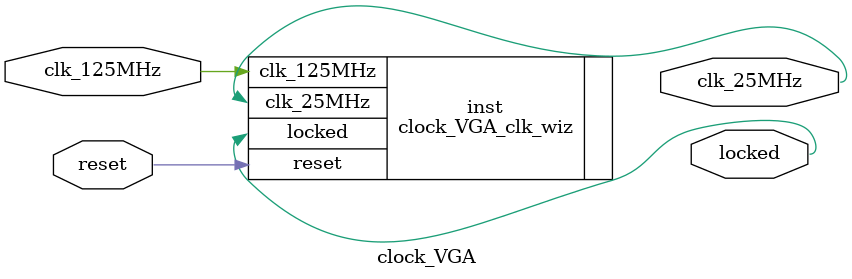
<source format=v>


`timescale 1ps/1ps

(* CORE_GENERATION_INFO = "clock_VGA,clk_wiz_v6_0_6_0_0,{component_name=clock_VGA,use_phase_alignment=true,use_min_o_jitter=false,use_max_i_jitter=false,use_dyn_phase_shift=false,use_inclk_switchover=false,use_dyn_reconfig=false,enable_axi=0,feedback_source=FDBK_AUTO,PRIMITIVE=MMCM,num_out_clk=1,clkin1_period=8.000,clkin2_period=10.000,use_power_down=false,use_reset=true,use_locked=true,use_inclk_stopped=false,feedback_type=SINGLE,CLOCK_MGR_TYPE=NA,manual_override=false}" *)

module clock_VGA 
 (
  // Clock out ports
  output        clk_25MHz,
  // Status and control signals
  input         reset,
  output        locked,
 // Clock in ports
  input         clk_125MHz
 );

  clock_VGA_clk_wiz inst
  (
  // Clock out ports  
  .clk_25MHz(clk_25MHz),
  // Status and control signals               
  .reset(reset), 
  .locked(locked),
 // Clock in ports
  .clk_125MHz(clk_125MHz)
  );

endmodule

</source>
